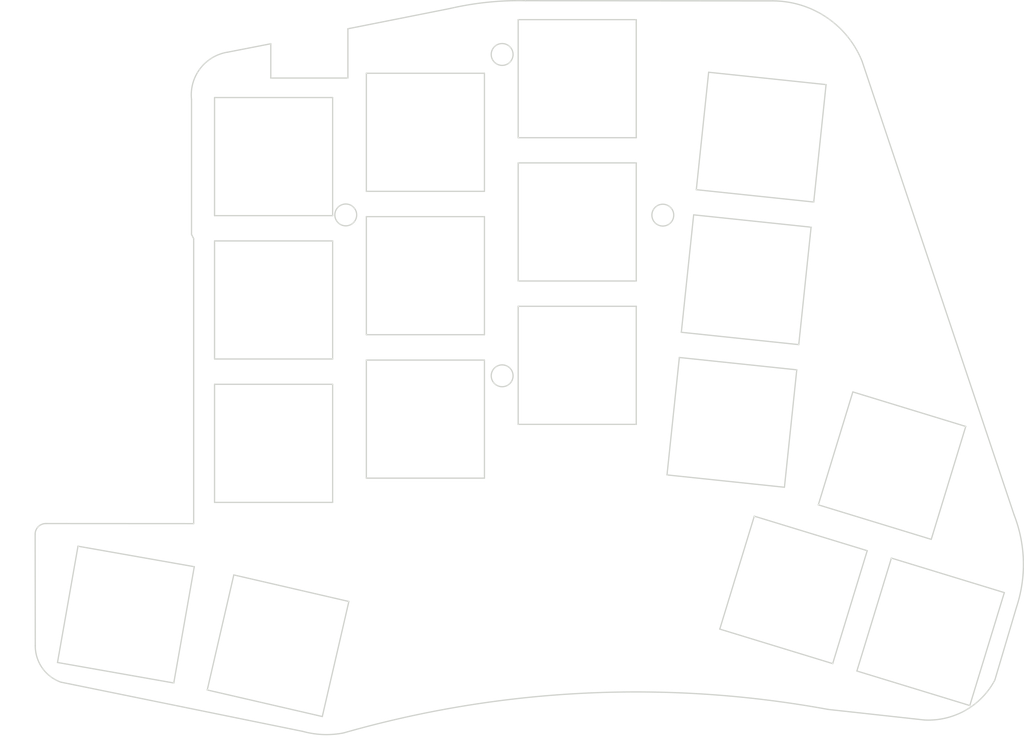
<source format=kicad_pcb>
(kicad_pcb (version 20171130) (host pcbnew 5.1.10)

  (general
    (thickness 1.6)
    (drawings 28)
    (tracks 0)
    (zones 0)
    (modules 17)
    (nets 1)
  )

  (page A4)
  (title_block
    (title hypergolic)
    (date 2020-12-26)
    (rev 0.1)
    (company broomlabs)
  )

  (layers
    (0 F.Cu signal)
    (31 B.Cu signal)
    (32 B.Adhes user)
    (33 F.Adhes user)
    (34 B.Paste user)
    (35 F.Paste user)
    (36 B.SilkS user hide)
    (37 F.SilkS user)
    (38 B.Mask user)
    (39 F.Mask user)
    (40 Dwgs.User user)
    (41 Cmts.User user)
    (42 Eco1.User user)
    (43 Eco2.User user)
    (44 Edge.Cuts user)
    (45 Margin user)
    (46 B.CrtYd user)
    (47 F.CrtYd user)
    (48 B.Fab user)
    (49 F.Fab user)
  )

  (setup
    (last_trace_width 0.25)
    (user_trace_width 0.5)
    (trace_clearance 0.2)
    (zone_clearance 0.508)
    (zone_45_only no)
    (trace_min 0.2)
    (via_size 0.6)
    (via_drill 0.4)
    (via_min_size 0.4)
    (via_min_drill 0.3)
    (uvia_size 0.3)
    (uvia_drill 0.1)
    (uvias_allowed no)
    (uvia_min_size 0.2)
    (uvia_min_drill 0.1)
    (edge_width 0.15)
    (segment_width 0.15)
    (pcb_text_width 0.3)
    (pcb_text_size 1.5 1.5)
    (mod_edge_width 0.15)
    (mod_text_size 1 1)
    (mod_text_width 0.15)
    (pad_size 2.032 2.032)
    (pad_drill 1.27)
    (pad_to_mask_clearance 0.2)
    (aux_axis_origin 145.73 12.66)
    (visible_elements FFFFEFFF)
    (pcbplotparams
      (layerselection 0x010c0_ffffffff)
      (usegerberextensions true)
      (usegerberattributes false)
      (usegerberadvancedattributes false)
      (creategerberjobfile false)
      (excludeedgelayer true)
      (linewidth 0.020000)
      (plotframeref false)
      (viasonmask false)
      (mode 1)
      (useauxorigin false)
      (hpglpennumber 1)
      (hpglpenspeed 20)
      (hpglpendiameter 15.000000)
      (psnegative false)
      (psa4output false)
      (plotreference true)
      (plotvalue true)
      (plotinvisibletext false)
      (padsonsilk false)
      (subtractmaskfromsilk false)
      (outputformat 1)
      (mirror false)
      (drillshape 0)
      (scaleselection 1)
      (outputdirectory "gerber/"))
  )

  (net 0 "")

  (net_class Default "これは標準のネット クラスです。"
    (clearance 0.2)
    (trace_width 0.25)
    (via_dia 0.6)
    (via_drill 0.4)
    (uvia_dia 0.3)
    (uvia_drill 0.1)
  )

  (module Kailh:SW_PG1350_cut (layer B.Cu) (tedit 5F05DFF4) (tstamp 60494191)
    (at 41.747512 95.368043 350)
    (descr "Kailh \"Choc\" PG1350 keyswitch, able to be mounted on front or back of PCB")
    (tags kailh,choc)
    (path /604A14CA)
    (fp_text reference SW21 (at 4.98 5.69 350) (layer Dwgs.User) hide
      (effects (font (size 1 1) (thickness 0.15)))
    )
    (fp_text value SW_Push (at -0.07 -8.17 350) (layer Dwgs.User) hide
      (effects (font (size 1 1) (thickness 0.15)))
    )
    (fp_text user "CPG1232 - 12.7x13.7 plate cutout" (at 0 7.7 350) (layer Cmts.User)
      (effects (font (size 1 1) (thickness 0.15)))
    )
    (fp_text user %R (at 0 0 170) (layer B.Fab)
      (effects (font (size 1 1) (thickness 0.15)) (justify mirror))
    )
    (fp_text user %V (at 0 -8.255 170) (layer F.Fab)
      (effects (font (size 1 1) (thickness 0.15)))
    )
    (fp_line (start -7 7) (end 7 7) (layer Edge.Cuts) (width 0.15))
    (fp_line (start -7 -7) (end 7 -7) (layer Edge.Cuts) (width 0.15))
    (fp_line (start -7 -7) (end -7 7) (layer Edge.Cuts) (width 0.15))
    (fp_line (start 7 -7) (end 7 7) (layer Edge.Cuts) (width 0.15))
  )

  (module Kailh:SW_PG1350_cut (layer B.Cu) (tedit 5F05DFF4) (tstamp 6049411C)
    (at 77.26 72.189 180)
    (descr "Kailh \"Choc\" PG1350 keyswitch, able to be mounted on front or back of PCB")
    (tags kailh,choc)
    (path /604BAF1A)
    (fp_text reference SW17 (at 4.98 5.69 180) (layer Dwgs.User) hide
      (effects (font (size 1 1) (thickness 0.15)))
    )
    (fp_text value SW_Push (at -0.07 -8.17 180) (layer Dwgs.User) hide
      (effects (font (size 1 1) (thickness 0.15)))
    )
    (fp_text user "CPG1232 - 12.7x13.7 plate cutout" (at 0 7.7 180) (layer Cmts.User)
      (effects (font (size 1 1) (thickness 0.15)))
    )
    (fp_text user %R (at 0 0 180) (layer B.Fab)
      (effects (font (size 1 1) (thickness 0.15)) (justify mirror))
    )
    (fp_text user %V (at 0 -8.255) (layer F.Fab)
      (effects (font (size 1 1) (thickness 0.15)))
    )
    (fp_line (start -7 7) (end 7 7) (layer Edge.Cuts) (width 0.15))
    (fp_line (start -7 -7) (end 7 -7) (layer Edge.Cuts) (width 0.15))
    (fp_line (start -7 -7) (end -7 7) (layer Edge.Cuts) (width 0.15))
    (fp_line (start 7 -7) (end 7 7) (layer Edge.Cuts) (width 0.15))
  )

  (module Kailh:SW_PG1350_cut (layer B.Cu) (tedit 5F05DFF4) (tstamp 60494080)
    (at 59.26 58.064 180)
    (descr "Kailh \"Choc\" PG1350 keyswitch, able to be mounted on front or back of PCB")
    (tags kailh,choc)
    (path /604A6D70)
    (fp_text reference SW12 (at 4.98 5.69 180) (layer Dwgs.User) hide
      (effects (font (size 1 1) (thickness 0.15)))
    )
    (fp_text value SW_Push (at -0.07 -8.17 180) (layer Dwgs.User) hide
      (effects (font (size 1 1) (thickness 0.15)))
    )
    (fp_text user "CPG1232 - 12.7x13.7 plate cutout" (at 0 7.7 180) (layer Cmts.User)
      (effects (font (size 1 1) (thickness 0.15)))
    )
    (fp_text user %R (at 0 0 180) (layer B.Fab)
      (effects (font (size 1 1) (thickness 0.15)) (justify mirror))
    )
    (fp_text user %V (at 0 -8.255) (layer F.Fab)
      (effects (font (size 1 1) (thickness 0.15)))
    )
    (fp_line (start -7 7) (end 7 7) (layer Edge.Cuts) (width 0.15))
    (fp_line (start -7 -7) (end 7 -7) (layer Edge.Cuts) (width 0.15))
    (fp_line (start -7 -7) (end -7 7) (layer Edge.Cuts) (width 0.15))
    (fp_line (start 7 -7) (end 7 7) (layer Edge.Cuts) (width 0.15))
  )

  (module Kailh:SW_PG1350_cut (layer B.Cu) (tedit 5F05DFF4) (tstamp 60494143)
    (at 59.26 75.064 180)
    (descr "Kailh \"Choc\" PG1350 keyswitch, able to be mounted on front or back of PCB")
    (tags kailh,choc)
    (path /604BAF24)
    (fp_text reference SW18 (at 4.98 5.69 180) (layer Dwgs.User) hide
      (effects (font (size 1 1) (thickness 0.15)))
    )
    (fp_text value SW_Push (at -0.07 -8.17 180) (layer Dwgs.User) hide
      (effects (font (size 1 1) (thickness 0.15)))
    )
    (fp_text user "CPG1232 - 12.7x13.7 plate cutout" (at 0 7.7 180) (layer Cmts.User)
      (effects (font (size 1 1) (thickness 0.15)))
    )
    (fp_text user %R (at 0 0 180) (layer B.Fab)
      (effects (font (size 1 1) (thickness 0.15)) (justify mirror))
    )
    (fp_text user %V (at 0 -8.255) (layer F.Fab)
      (effects (font (size 1 1) (thickness 0.15)))
    )
    (fp_line (start -7 7) (end 7 7) (layer Edge.Cuts) (width 0.15))
    (fp_line (start -7 -7) (end 7 -7) (layer Edge.Cuts) (width 0.15))
    (fp_line (start -7 -7) (end -7 7) (layer Edge.Cuts) (width 0.15))
    (fp_line (start 7 -7) (end 7 7) (layer Edge.Cuts) (width 0.15))
  )

  (module Kailh:SW_PG1350_cut (layer B.Cu) (tedit 5F05DFF4) (tstamp 60493F48)
    (at 117.073725 38.758733 174)
    (descr "Kailh \"Choc\" PG1350 keyswitch, able to be mounted on front or back of PCB")
    (tags kailh,choc)
    (path /6049E7C0)
    (fp_text reference SW3 (at 4.98 5.69 174) (layer Dwgs.User) hide
      (effects (font (size 1 1) (thickness 0.15)))
    )
    (fp_text value SW_Push (at -0.07 -8.17 174) (layer Dwgs.User) hide
      (effects (font (size 1 1) (thickness 0.15)))
    )
    (fp_text user "CPG1232 - 12.7x13.7 plate cutout" (at 0 7.7 174) (layer Cmts.User)
      (effects (font (size 1 1) (thickness 0.15)))
    )
    (fp_text user %R (at 0 0 -6) (layer B.Fab)
      (effects (font (size 1 1) (thickness 0.15)) (justify mirror))
    )
    (fp_text user %V (at 0 -8.255 354) (layer F.Fab)
      (effects (font (size 1 1) (thickness 0.15)))
    )
    (fp_line (start -7 7) (end 7 7) (layer Edge.Cuts) (width 0.15))
    (fp_line (start -7 -7) (end 7 -7) (layer Edge.Cuts) (width 0.15))
    (fp_line (start -7 -7) (end -7 7) (layer Edge.Cuts) (width 0.15))
    (fp_line (start 7 -7) (end 7 7) (layer Edge.Cuts) (width 0.15))
  )

  (module Kailh:SW_PG1350_cut (layer B.Cu) (tedit 5F05DFF4) (tstamp 6049416A)
    (at 59.79 99.06 347)
    (descr "Kailh \"Choc\" PG1350 keyswitch, able to be mounted on front or back of PCB")
    (tags kailh,choc)
    (path /604A14C0)
    (fp_text reference SW20 (at 4.98 5.69 167) (layer Dwgs.User) hide
      (effects (font (size 1 1) (thickness 0.15)))
    )
    (fp_text value SW_Push (at -0.07 -8.17 167) (layer Dwgs.User) hide
      (effects (font (size 1 1) (thickness 0.15)))
    )
    (fp_text user "CPG1232 - 12.7x13.7 plate cutout" (at 0 7.71 167) (layer Cmts.User)
      (effects (font (size 1 1) (thickness 0.15)))
    )
    (fp_text user %R (at 0 0 347) (layer B.Fab)
      (effects (font (size 1 1) (thickness 0.15)) (justify mirror))
    )
    (fp_text user %V (at 0 -8.255 347) (layer F.Fab)
      (effects (font (size 1 1) (thickness 0.15)))
    )
    (fp_line (start -7 7) (end 7 7) (layer Edge.Cuts) (width 0.15))
    (fp_line (start -7 -7) (end 7 -7) (layer Edge.Cuts) (width 0.15))
    (fp_line (start -7 -7) (end -7 7) (layer Edge.Cuts) (width 0.15))
    (fp_line (start 7 -7) (end 7 7) (layer Edge.Cuts) (width 0.15))
  )

  (module Kailh:SW_PG1350_cut (layer B.Cu) (tedit 5F05DFF4) (tstamp 604940F5)
    (at 95.26 65.814 180)
    (descr "Kailh \"Choc\" PG1350 keyswitch, able to be mounted on front or back of PCB")
    (tags kailh,choc)
    (path /604BAF10)
    (fp_text reference SW16 (at 4.98 5.69 180) (layer Dwgs.User) hide
      (effects (font (size 1 1) (thickness 0.15)))
    )
    (fp_text value SW_Push (at -0.07 -8.17 180) (layer Dwgs.User) hide
      (effects (font (size 1 1) (thickness 0.15)))
    )
    (fp_text user "CPG1232 - 12.7x13.7 plate cutout" (at 0 7.7 180) (layer Cmts.User)
      (effects (font (size 1 1) (thickness 0.15)))
    )
    (fp_text user %R (at 0 0 180) (layer B.Fab)
      (effects (font (size 1 1) (thickness 0.15)) (justify mirror))
    )
    (fp_text user %V (at 0 -8.255) (layer F.Fab)
      (effects (font (size 1 1) (thickness 0.15)))
    )
    (fp_line (start -7 7) (end 7 7) (layer Edge.Cuts) (width 0.15))
    (fp_line (start -7 -7) (end 7 -7) (layer Edge.Cuts) (width 0.15))
    (fp_line (start -7 -7) (end -7 7) (layer Edge.Cuts) (width 0.15))
    (fp_line (start 7 -7) (end 7 7) (layer Edge.Cuts) (width 0.15))
  )

  (module Kailh:SW_PG1350_cut (layer B.Cu) (tedit 5F05DFF4) (tstamp 604940CE)
    (at 113.599306 72.577387 174)
    (descr "Kailh \"Choc\" PG1350 keyswitch, able to be mounted on front or back of PCB")
    (tags kailh,choc)
    (path /604BAF06)
    (fp_text reference SW15 (at 4.98 5.69 174) (layer Dwgs.User) hide
      (effects (font (size 1 1) (thickness 0.15)))
    )
    (fp_text value SW_Push (at -0.07 -8.17 174) (layer Dwgs.User) hide
      (effects (font (size 1 1) (thickness 0.15)))
    )
    (fp_text user "CPG1232 - 12.7x13.7 plate cutout" (at 0 7.7 174) (layer Cmts.User)
      (effects (font (size 1 1) (thickness 0.15)))
    )
    (fp_text user %R (at 0 0 -6) (layer B.Fab)
      (effects (font (size 1 1) (thickness 0.15)) (justify mirror))
    )
    (fp_text user %V (at 0 -8.255 354) (layer F.Fab)
      (effects (font (size 1 1) (thickness 0.15)))
    )
    (fp_line (start -7 7) (end 7 7) (layer Edge.Cuts) (width 0.15))
    (fp_line (start -7 -7) (end 7 -7) (layer Edge.Cuts) (width 0.15))
    (fp_line (start -7 -7) (end -7 7) (layer Edge.Cuts) (width 0.15))
    (fp_line (start 7 -7) (end 7 7) (layer Edge.Cuts) (width 0.15))
  )

  (module Kailh:SW_PG1350_cut (layer B.Cu) (tedit 5F05DFF4) (tstamp 60494059)
    (at 77.26 55.184 180)
    (descr "Kailh \"Choc\" PG1350 keyswitch, able to be mounted on front or back of PCB")
    (tags kailh,choc)
    (path /604A6D66)
    (fp_text reference SW11 (at 4.98 5.69 180) (layer Dwgs.User) hide
      (effects (font (size 1 1) (thickness 0.15)))
    )
    (fp_text value SW_Push (at -0.07 -8.17 180) (layer Dwgs.User) hide
      (effects (font (size 1 1) (thickness 0.15)))
    )
    (fp_text user "CPG1232 - 12.7x13.7 plate cutout" (at 0 7.7 180) (layer Cmts.User)
      (effects (font (size 1 1) (thickness 0.15)))
    )
    (fp_text user %R (at 0 0 180) (layer B.Fab)
      (effects (font (size 1 1) (thickness 0.15)) (justify mirror))
    )
    (fp_text user %V (at 0 -8.255) (layer F.Fab)
      (effects (font (size 1 1) (thickness 0.15)))
    )
    (fp_line (start -7 7) (end 7 7) (layer Edge.Cuts) (width 0.15))
    (fp_line (start -7 -7) (end 7 -7) (layer Edge.Cuts) (width 0.15))
    (fp_line (start -7 -7) (end -7 7) (layer Edge.Cuts) (width 0.15))
    (fp_line (start 7 -7) (end 7 7) (layer Edge.Cuts) (width 0.15))
  )

  (module Kailh:SW_PG1350_cut (layer B.Cu) (tedit 5F05DFF4) (tstamp 6049400B)
    (at 115.296801 55.665619 174)
    (descr "Kailh \"Choc\" PG1350 keyswitch, able to be mounted on front or back of PCB")
    (tags kailh,choc)
    (path /604A6D52)
    (fp_text reference SW9 (at 4.98 5.69 174) (layer Dwgs.User) hide
      (effects (font (size 1 1) (thickness 0.15)))
    )
    (fp_text value SW_Push (at -0.07 -8.17 174) (layer Dwgs.User) hide
      (effects (font (size 1 1) (thickness 0.15)))
    )
    (fp_text user "CPG1232 - 12.7x13.7 plate cutout" (at 0 7.7 174) (layer Cmts.User)
      (effects (font (size 1 1) (thickness 0.15)))
    )
    (fp_text user %R (at 0 0 -6) (layer B.Fab)
      (effects (font (size 1 1) (thickness 0.15)) (justify mirror))
    )
    (fp_text user %V (at 0 -8.255 354) (layer F.Fab)
      (effects (font (size 1 1) (thickness 0.15)))
    )
    (fp_line (start -7 7) (end 7 7) (layer Edge.Cuts) (width 0.15))
    (fp_line (start -7 -7) (end 7 -7) (layer Edge.Cuts) (width 0.15))
    (fp_line (start -7 -7) (end -7 7) (layer Edge.Cuts) (width 0.15))
    (fp_line (start 7 -7) (end 7 7) (layer Edge.Cuts) (width 0.15))
  )

  (module Kailh:SW_PG1350_cut (layer B.Cu) (tedit 5F05DFF4) (tstamp 60493F96)
    (at 77.26 38.184 180)
    (descr "Kailh \"Choc\" PG1350 keyswitch, able to be mounted on front or back of PCB")
    (tags kailh,choc)
    (path /6049F636)
    (fp_text reference SW5 (at 4.98 5.69 180) (layer Dwgs.User) hide
      (effects (font (size 1 1) (thickness 0.15)))
    )
    (fp_text value SW_Push (at -0.07 -8.17 180) (layer Dwgs.User) hide
      (effects (font (size 1 1) (thickness 0.15)))
    )
    (fp_text user "CPG1232 - 12.7x13.7 plate cutout" (at 0 7.7 180) (layer Cmts.User)
      (effects (font (size 1 1) (thickness 0.15)))
    )
    (fp_text user %R (at 0 0 180) (layer B.Fab)
      (effects (font (size 1 1) (thickness 0.15)) (justify mirror))
    )
    (fp_text user %V (at 0 -8.255) (layer F.Fab)
      (effects (font (size 1 1) (thickness 0.15)))
    )
    (fp_line (start -7 7) (end 7 7) (layer Edge.Cuts) (width 0.15))
    (fp_line (start -7 -7) (end 7 -7) (layer Edge.Cuts) (width 0.15))
    (fp_line (start -7 -7) (end -7 7) (layer Edge.Cuts) (width 0.15))
    (fp_line (start 7 -7) (end 7 7) (layer Edge.Cuts) (width 0.15))
  )

  (module Kailh:SW_PG1350_cut (layer B.Cu) (tedit 5F05DFF4) (tstamp 60493F6F)
    (at 95.26 31.824 180)
    (descr "Kailh \"Choc\" PG1350 keyswitch, able to be mounted on front or back of PCB")
    (tags kailh,choc)
    (path /6049EB70)
    (fp_text reference SW4 (at 4.98 5.69 180) (layer Dwgs.User) hide
      (effects (font (size 1 1) (thickness 0.15)))
    )
    (fp_text value SW_Push (at -0.07 -8.17 180) (layer Dwgs.User) hide
      (effects (font (size 1 1) (thickness 0.15)))
    )
    (fp_text user "CPG1232 - 12.7x13.7 plate cutout" (at 0 7.7 180) (layer Cmts.User)
      (effects (font (size 1 1) (thickness 0.15)))
    )
    (fp_text user %R (at 0 0 180) (layer B.Fab)
      (effects (font (size 1 1) (thickness 0.15)) (justify mirror))
    )
    (fp_text user %V (at 0 -8.255) (layer F.Fab)
      (effects (font (size 1 1) (thickness 0.15)))
    )
    (fp_line (start -7 7) (end 7 7) (layer Edge.Cuts) (width 0.15))
    (fp_line (start -7 -7) (end 7 -7) (layer Edge.Cuts) (width 0.15))
    (fp_line (start -7 -7) (end -7 7) (layer Edge.Cuts) (width 0.15))
    (fp_line (start 7 -7) (end 7 7) (layer Edge.Cuts) (width 0.15))
  )

  (module Kailh:SW_PG1350_cut (layer B.Cu) (tedit 5F05DFF4) (tstamp 60493FBD)
    (at 59.26 41.064 180)
    (descr "Kailh \"Choc\" PG1350 keyswitch, able to be mounted on front or back of PCB")
    (tags kailh,choc)
    (path /6049F698)
    (fp_text reference SW6 (at 4.98 5.69 180) (layer Dwgs.User) hide
      (effects (font (size 1 1) (thickness 0.15)))
    )
    (fp_text value SW_Push (at -0.07 -8.17 180) (layer Dwgs.User) hide
      (effects (font (size 1 1) (thickness 0.15)))
    )
    (fp_text user "CPG1232 - 12.7x13.7 plate cutout" (at 0 7.7 180) (layer Cmts.User)
      (effects (font (size 1 1) (thickness 0.15)))
    )
    (fp_text user %R (at 0 0 180) (layer B.Fab)
      (effects (font (size 1 1) (thickness 0.15)) (justify mirror))
    )
    (fp_text user %V (at 0 -8.255) (layer F.Fab)
      (effects (font (size 1 1) (thickness 0.15)))
    )
    (fp_line (start -7 7) (end 7 7) (layer Edge.Cuts) (width 0.15))
    (fp_line (start -7 -7) (end 7 -7) (layer Edge.Cuts) (width 0.15))
    (fp_line (start -7 -7) (end -7 7) (layer Edge.Cuts) (width 0.15))
    (fp_line (start 7 -7) (end 7 7) (layer Edge.Cuts) (width 0.15))
  )

  (module Kailh:SW_PG1350_cut (layer B.Cu) (tedit 5F05DFF4) (tstamp 604940A7)
    (at 120.904 92.44 73)
    (descr "Kailh \"Choc\" PG1350 keyswitch, able to be mounted on front or back of PCB")
    (tags kailh,choc)
    (path /604BAD64)
    (fp_text reference SW14 (at 4.98 5.69 73) (layer Dwgs.User) hide
      (effects (font (size 1 1) (thickness 0.15)))
    )
    (fp_text value SW_Push (at -0.070001 -8.17 73) (layer Dwgs.User) hide
      (effects (font (size 1 1) (thickness 0.15)))
    )
    (fp_text user "CPG1232 - 12.7x13.7 plate cutout" (at 0 7.7 73) (layer Cmts.User)
      (effects (font (size 1 1) (thickness 0.15)))
    )
    (fp_text user %R (at 0 0 73) (layer B.Fab)
      (effects (font (size 1 1) (thickness 0.15)) (justify mirror))
    )
    (fp_text user %V (at 0 -8.255 253) (layer F.Fab)
      (effects (font (size 1 1) (thickness 0.15)))
    )
    (fp_line (start -7 7) (end 7 7) (layer Edge.Cuts) (width 0.15))
    (fp_line (start -7 -7) (end 7 -7) (layer Edge.Cuts) (width 0.15))
    (fp_line (start -7 -7) (end -7 7) (layer Edge.Cuts) (width 0.15))
    (fp_line (start 7 -7) (end 7 7) (layer Edge.Cuts) (width 0.15))
  )

  (module Kailh:SW_PG1350_cut (layer B.Cu) (tedit 5F05DFF4) (tstamp 60493FE4)
    (at 132.588 77.708 163)
    (descr "Kailh \"Choc\" PG1350 keyswitch, able to be mounted on front or back of PCB")
    (tags kailh,choc)
    (path /604A6C6C)
    (fp_text reference SW8 (at 4.98 5.69 163) (layer Dwgs.User) hide
      (effects (font (size 1 1) (thickness 0.15)))
    )
    (fp_text value SW_Push (at -0.070001 -8.17 163) (layer Dwgs.User) hide
      (effects (font (size 1 1) (thickness 0.15)))
    )
    (fp_text user "CPG1232 - 12.7x13.7 plate cutout" (at 0 7.7 163) (layer Cmts.User)
      (effects (font (size 1 1) (thickness 0.15)))
    )
    (fp_text user %R (at 0 0 163) (layer B.Fab)
      (effects (font (size 1 1) (thickness 0.15)) (justify mirror))
    )
    (fp_text user %V (at 0 -8.255 343) (layer F.Fab)
      (effects (font (size 1 1) (thickness 0.15)))
    )
    (fp_line (start -7 7) (end 7 7) (layer Edge.Cuts) (width 0.15))
    (fp_line (start -7 -7) (end 7 -7) (layer Edge.Cuts) (width 0.15))
    (fp_line (start -7 -7) (end -7 7) (layer Edge.Cuts) (width 0.15))
    (fp_line (start 7 -7) (end 7 7) (layer Edge.Cuts) (width 0.15))
  )

  (module Kailh:SW_PG1350_cut (layer B.Cu) (tedit 5F05DFF4) (tstamp 60493F21)
    (at 137.16 97.41 253)
    (descr "Kailh \"Choc\" PG1350 keyswitch, able to be mounted on front or back of PCB")
    (tags kailh,choc)
    (path /6049E323)
    (fp_text reference SW2 (at 4.98 5.69 73) (layer Dwgs.User) hide
      (effects (font (size 1 1) (thickness 0.15)))
    )
    (fp_text value SW_Push (at -0.070001 -8.17 73) (layer Dwgs.User) hide
      (effects (font (size 1 1) (thickness 0.15)))
    )
    (fp_text user "CPG1232 - 12.7x13.7 plate cutout" (at 0 7.7 73) (layer Cmts.User)
      (effects (font (size 1 1) (thickness 0.15)))
    )
    (fp_text user %R (at 0 0 73) (layer B.Fab)
      (effects (font (size 1 1) (thickness 0.15)) (justify mirror))
    )
    (fp_text user %V (at 0 -8.255 253) (layer F.Fab)
      (effects (font (size 1 1) (thickness 0.15)))
    )
    (fp_line (start -7 7) (end 7 7) (layer Edge.Cuts) (width 0.15))
    (fp_line (start -7 -7) (end 7 -7) (layer Edge.Cuts) (width 0.15))
    (fp_line (start -7 -7) (end -7 7) (layer Edge.Cuts) (width 0.15))
    (fp_line (start 7 -7) (end 7 7) (layer Edge.Cuts) (width 0.15))
  )

  (module Kailh:SW_PG1350_cut (layer B.Cu) (tedit 5F05DFF4) (tstamp 60494032)
    (at 95.26 48.814 180)
    (descr "Kailh \"Choc\" PG1350 keyswitch, able to be mounted on front or back of PCB")
    (tags kailh,choc)
    (path /604A6D5C)
    (fp_text reference SW10 (at 4.98 5.69 180) (layer Dwgs.User) hide
      (effects (font (size 1 1) (thickness 0.15)))
    )
    (fp_text value SW_Push (at -0.07 -8.17 180) (layer Dwgs.User) hide
      (effects (font (size 1 1) (thickness 0.15)))
    )
    (fp_text user %R (at 0 0 180) (layer B.Fab)
      (effects (font (size 1 1) (thickness 0.15)) (justify mirror))
    )
    (fp_text user %V (at 0 -8.255) (layer F.Fab)
      (effects (font (size 1 1) (thickness 0.15)))
    )
    (fp_line (start -7 7) (end 7 7) (layer Edge.Cuts) (width 0.15))
    (fp_line (start -7 -7) (end 7 -7) (layer Edge.Cuts) (width 0.15))
    (fp_line (start -7 -7) (end -7 7) (layer Edge.Cuts) (width 0.15))
    (fp_line (start 7 -7) (end 7 7) (layer Edge.Cuts) (width 0.15))
  )

  (gr_circle (center 67.818 47.98085) (end 69.088 48.23485) (layer Edge.Cuts) (width 0.15) (tstamp 613B36E8))
  (gr_circle (center 86.36 67.056) (end 87.63 67.31) (layer Edge.Cuts) (width 0.15) (tstamp 613B36E6))
  (gr_circle (center 105.41 48.006) (end 106.68 48.26) (layer Edge.Cuts) (width 0.15) (tstamp 613B36E2))
  (gr_circle (center 86.36 28.956) (end 87.63 29.21) (layer Edge.Cuts) (width 0.15))
  (gr_line (start 80.226393 23.495399) (end 68.072 25.908) (angle 90) (layer Edge.Cuts) (width 0.15) (tstamp 613B34DD))
  (gr_line (start 68.072 31.75) (end 58.928 31.75) (angle 90) (layer Edge.Cuts) (width 0.15) (tstamp 613B34D5))
  (gr_line (start 68.072 25.908) (end 68.072 31.75) (angle 90) (layer Edge.Cuts) (width 0.15) (tstamp 613B34D1))
  (gr_line (start 58.928 27.686) (end 58.928 31.75) (angle 90) (layer Edge.Cuts) (width 0.15) (tstamp 613B34CE))
  (gr_line (start 32.258 84.571961) (end 49.784 84.582) (angle 90) (layer Edge.Cuts) (width 0.15) (tstamp 613B337B))
  (gr_line (start 49.784 84.582) (end 49.784 50.8) (angle 90) (layer Edge.Cuts) (width 0.15) (tstamp 613B3377))
  (gr_arc (start 102.239419 230.687414) (end 125.021493 106.61303) (angle -26.36587981) (layer Edge.Cuts) (width 0.15) (tstamp 61325A59))
  (gr_arc (start 32.258 85.842) (end 30.988 85.852) (angle 90.45113855) (layer Edge.Cuts) (width 0.15))
  (gr_line (start 49.784 50.8) (end 49.53 50.292) (angle 90) (layer Edge.Cuts) (width 0.15) (tstamp 5E8758B8))
  (gr_arc (start 65.532 99.06) (end 62.738 109.22) (angle -26.41717464) (layer Edge.Cuts) (width 0.15))
  (gr_line (start 62.738 109.22) (end 34.036 103.378) (layer Edge.Cuts) (width 0.15))
  (gr_arc (start 35.572354 99.075905) (end 34.036 103.378) (angle 70.54625375) (layer Edge.Cuts) (width 0.15) (tstamp 603C244F))
  (gr_arc (start 88.368079 58.96879) (end 80.226393 23.495399) (angle 14.16454563) (layer Edge.Cuts) (width 0.15))
  (gr_line (start 89.154528 22.581567) (end 118.436998 22.606) (angle 90) (layer Edge.Cuts) (width 0.15) (tstamp 5FCF50EA))
  (gr_line (start 136.396962 107.862854) (end 125.021493 106.61303) (layer Edge.Cuts) (width 0.15) (tstamp 5FCF4866))
  (gr_arc (start 54.627507 33.74391) (end 49.53 34.29) (angle 87.32605082) (layer Edge.Cuts) (width 0.15) (tstamp 5FC4EA54))
  (gr_arc (start 136.898097 98.965133) (end 144.78 103.124) (angle 65.40533319) (layer Edge.Cuts) (width 0.15) (tstamp 5FC4DE23))
  (gr_line (start 129.032 29.747547) (end 147.066 83.566) (angle 90) (layer Edge.Cuts) (width 0.15) (tstamp 5FC4CDE2))
  (gr_arc (start 132.043964 89.411611) (end 147.066 83.566) (angle 39.54760018) (layer Edge.Cuts) (width 0.15) (tstamp 5FC4CBB8))
  (gr_line (start 49.53 50.292) (end 49.53 34.29) (angle 90) (layer Edge.Cuts) (width 0.15) (tstamp 5F025174))
  (gr_arc (start 118.436998 34.036) (end 118.436998 22.606) (angle 67.96377306) (layer Edge.Cuts) (width 0.15))
  (gr_line (start 147.349406 94.468901) (end 144.78 103.124) (angle 90) (layer Edge.Cuts) (width 0.15))
  (gr_line (start 31.004187 99.060055) (end 30.988 85.852) (angle 90) (layer Edge.Cuts) (width 0.15))
  (gr_line (start 53.844201 28.67743) (end 58.928 27.686) (angle 90) (layer Edge.Cuts) (width 0.15))

)

</source>
